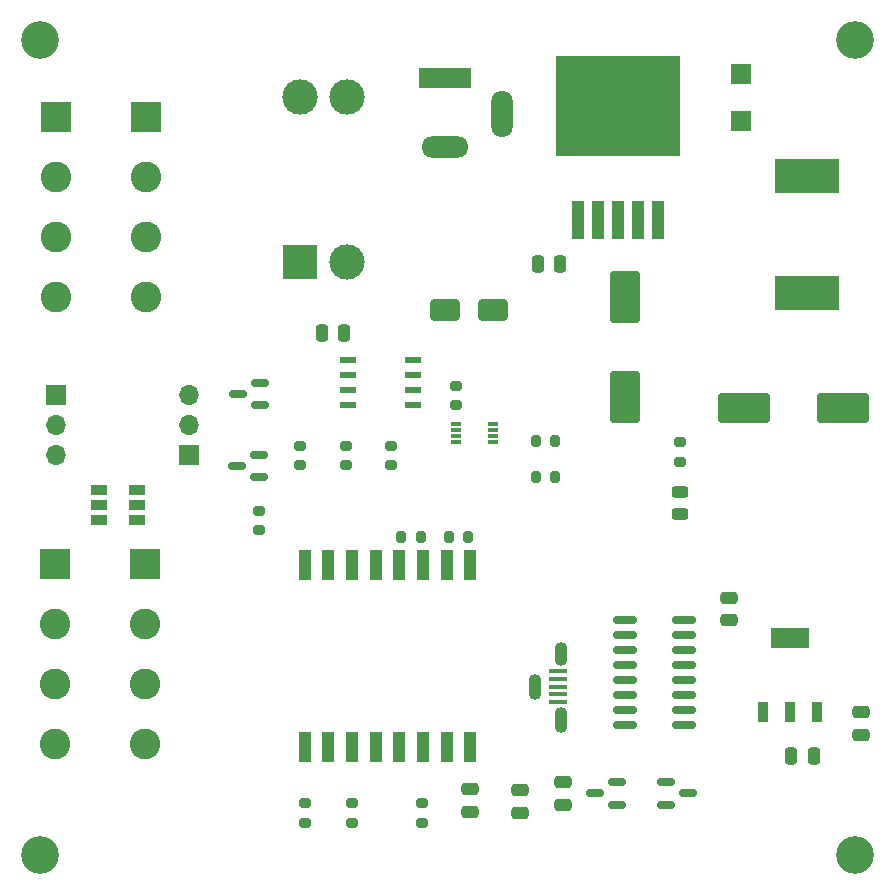
<source format=gbr>
%TF.GenerationSoftware,KiCad,Pcbnew,7.0.9*%
%TF.CreationDate,2023-11-24T07:46:00-06:00*%
%TF.ProjectId,TM13,544d3133-2e6b-4696-9361-645f70636258,rev?*%
%TF.SameCoordinates,Original*%
%TF.FileFunction,Soldermask,Top*%
%TF.FilePolarity,Negative*%
%FSLAX46Y46*%
G04 Gerber Fmt 4.6, Leading zero omitted, Abs format (unit mm)*
G04 Created by KiCad (PCBNEW 7.0.9) date 2023-11-24 07:46:00*
%MOMM*%
%LPD*%
G01*
G04 APERTURE LIST*
G04 Aperture macros list*
%AMRoundRect*
0 Rectangle with rounded corners*
0 $1 Rounding radius*
0 $2 $3 $4 $5 $6 $7 $8 $9 X,Y pos of 4 corners*
0 Add a 4 corners polygon primitive as box body*
4,1,4,$2,$3,$4,$5,$6,$7,$8,$9,$2,$3,0*
0 Add four circle primitives for the rounded corners*
1,1,$1+$1,$2,$3*
1,1,$1+$1,$4,$5*
1,1,$1+$1,$6,$7*
1,1,$1+$1,$8,$9*
0 Add four rect primitives between the rounded corners*
20,1,$1+$1,$2,$3,$4,$5,0*
20,1,$1+$1,$4,$5,$6,$7,0*
20,1,$1+$1,$6,$7,$8,$9,0*
20,1,$1+$1,$8,$9,$2,$3,0*%
G04 Aperture macros list end*
%ADD10R,4.400000X1.800000*%
%ADD11O,4.000000X1.800000*%
%ADD12O,1.800000X4.000000*%
%ADD13RoundRect,0.150000X0.587500X0.150000X-0.587500X0.150000X-0.587500X-0.150000X0.587500X-0.150000X0*%
%ADD14R,0.950000X1.750000*%
%ADD15R,3.250000X1.750000*%
%ADD16RoundRect,0.200000X-0.275000X0.200000X-0.275000X-0.200000X0.275000X-0.200000X0.275000X0.200000X0*%
%ADD17RoundRect,0.200000X0.275000X-0.200000X0.275000X0.200000X-0.275000X0.200000X-0.275000X-0.200000X0*%
%ADD18R,0.850000X0.300000*%
%ADD19R,1.700000X1.700000*%
%ADD20O,1.700000X1.700000*%
%ADD21C,3.200000*%
%ADD22RoundRect,0.250000X-0.475000X0.250000X-0.475000X-0.250000X0.475000X-0.250000X0.475000X0.250000X0*%
%ADD23R,2.600000X2.600000*%
%ADD24C,2.600000*%
%ADD25RoundRect,0.250000X-1.000000X1.950000X-1.000000X-1.950000X1.000000X-1.950000X1.000000X1.950000X0*%
%ADD26RoundRect,0.200000X0.200000X0.275000X-0.200000X0.275000X-0.200000X-0.275000X0.200000X-0.275000X0*%
%ADD27R,1.500000X0.450000*%
%ADD28O,1.100000X2.000000*%
%ADD29O,1.100000X2.200000*%
%ADD30RoundRect,0.102000X-0.609600X0.317500X-0.609600X-0.317500X0.609600X-0.317500X0.609600X0.317500X0*%
%ADD31RoundRect,0.243750X0.456250X-0.243750X0.456250X0.243750X-0.456250X0.243750X-0.456250X-0.243750X0*%
%ADD32RoundRect,0.150000X-0.587500X-0.150000X0.587500X-0.150000X0.587500X0.150000X-0.587500X0.150000X0*%
%ADD33RoundRect,0.250000X0.475000X-0.250000X0.475000X0.250000X-0.475000X0.250000X-0.475000X-0.250000X0*%
%ADD34RoundRect,0.250000X-1.950000X-1.000000X1.950000X-1.000000X1.950000X1.000000X-1.950000X1.000000X0*%
%ADD35RoundRect,0.150000X-0.825000X-0.150000X0.825000X-0.150000X0.825000X0.150000X-0.825000X0.150000X0*%
%ADD36RoundRect,0.250000X-0.250000X-0.475000X0.250000X-0.475000X0.250000X0.475000X-0.250000X0.475000X0*%
%ADD37R,3.000000X3.000000*%
%ADD38C,3.000000*%
%ADD39R,5.400000X2.900000*%
%ADD40R,1.100000X2.600000*%
%ADD41R,1.800000X1.800000*%
%ADD42R,1.460500X0.533400*%
%ADD43R,1.050000X3.210000*%
%ADD44R,10.530000X8.460000*%
%ADD45RoundRect,0.250000X1.000000X0.650000X-1.000000X0.650000X-1.000000X-0.650000X1.000000X-0.650000X0*%
%ADD46RoundRect,0.250000X0.250000X0.475000X-0.250000X0.475000X-0.250000X-0.475000X0.250000X-0.475000X0*%
G04 APERTURE END LIST*
D10*
%TO.C,J4*%
X57800000Y-26750000D03*
D11*
X57800000Y-32550000D03*
D12*
X62600000Y-29750000D03*
%TD*%
D13*
%TO.C,Q3*%
X42037500Y-60550000D03*
X42037500Y-58650000D03*
X40162500Y-59600000D03*
%TD*%
D14*
%TO.C,IC2*%
X84700000Y-80450000D03*
X87000000Y-80450000D03*
X89300000Y-80450000D03*
D15*
X87000000Y-74150000D03*
%TD*%
D16*
%TO.C,R13*%
X77700000Y-57575000D03*
X77700000Y-59225000D03*
%TD*%
D17*
%TO.C,R11*%
X42000000Y-65025000D03*
X42000000Y-63375000D03*
%TD*%
D18*
%TO.C,IC1*%
X61875000Y-57550000D03*
X61875000Y-57050000D03*
X61875000Y-56550000D03*
X61875000Y-56050000D03*
X58725000Y-56050000D03*
X58725000Y-56550000D03*
X58725000Y-57050000D03*
X58725000Y-57550000D03*
%TD*%
D17*
%TO.C,R8*%
X53200000Y-59525000D03*
X53200000Y-57875000D03*
%TD*%
D19*
%TO.C,J2*%
X24800000Y-53575000D03*
D20*
X24800000Y-56115000D03*
X24800000Y-58655000D03*
%TD*%
D21*
%TO.C,*%
X23500000Y-92500000D03*
%TD*%
D22*
%TO.C,C1*%
X64100000Y-87050000D03*
X64100000Y-88950000D03*
%TD*%
D23*
%TO.C,KF2*%
X24821190Y-30015000D03*
X32441190Y-30015000D03*
D24*
X24821190Y-35095000D03*
X32441190Y-35095000D03*
X24821190Y-40175000D03*
X32441190Y-40175000D03*
X24821190Y-45255000D03*
X32441190Y-45255000D03*
%TD*%
D25*
%TO.C,C9*%
X73000000Y-45300000D03*
X73000000Y-53700000D03*
%TD*%
D21*
%TO.C,*%
X92500000Y-23500000D03*
%TD*%
D17*
%TO.C,R12*%
X45500000Y-59525000D03*
X45500000Y-57875000D03*
%TD*%
D26*
%TO.C,R4*%
X67125000Y-57500000D03*
X65475000Y-57500000D03*
%TD*%
D27*
%TO.C,J5*%
X67310000Y-76962000D03*
X67310000Y-77612000D03*
X67310000Y-78262000D03*
X67310000Y-78912000D03*
X67310000Y-79562000D03*
D28*
X67560000Y-75462000D03*
D29*
X67560000Y-81062000D03*
X65410000Y-78262000D03*
%TD*%
D13*
%TO.C,Q4*%
X42137500Y-54450000D03*
X42137500Y-52550000D03*
X40262500Y-53500000D03*
%TD*%
D30*
%TO.C,U4*%
X28499800Y-61630000D03*
X28499800Y-62900000D03*
X28499800Y-64170000D03*
X31700200Y-64170000D03*
X31700200Y-62900000D03*
X31700200Y-61630000D03*
%TD*%
D31*
%TO.C,D4*%
X77700000Y-63637500D03*
X77700000Y-61762500D03*
%TD*%
D26*
%TO.C,R3*%
X67125000Y-60500000D03*
X65475000Y-60500000D03*
%TD*%
D16*
%TO.C,R10*%
X58700000Y-52775000D03*
X58700000Y-54425000D03*
%TD*%
D32*
%TO.C,Q2*%
X76462500Y-86350000D03*
X76462500Y-88250000D03*
X78337500Y-87300000D03*
%TD*%
D33*
%TO.C,C3*%
X81800000Y-72650000D03*
X81800000Y-70750000D03*
%TD*%
D34*
%TO.C,C10*%
X83100000Y-54700000D03*
X91500000Y-54700000D03*
%TD*%
D35*
%TO.C,U2*%
X73050000Y-72610000D03*
X73050000Y-73880000D03*
X73050000Y-75150000D03*
X73050000Y-76420000D03*
X73050000Y-77690000D03*
X73050000Y-78960000D03*
X73050000Y-80230000D03*
X73050000Y-81500000D03*
X78000000Y-81500000D03*
X78000000Y-80230000D03*
X78000000Y-78960000D03*
X78000000Y-77690000D03*
X78000000Y-76420000D03*
X78000000Y-75150000D03*
X78000000Y-73880000D03*
X78000000Y-72610000D03*
%TD*%
D21*
%TO.C,*%
X92500000Y-92500000D03*
%TD*%
D19*
%TO.C,J3*%
X36100000Y-58625000D03*
D20*
X36100000Y-56085000D03*
X36100000Y-53545000D03*
%TD*%
D23*
%TO.C,KF1*%
X24735476Y-67915000D03*
X32355476Y-67915000D03*
D24*
X24735476Y-72995000D03*
X32355476Y-72995000D03*
X24735476Y-78075000D03*
X32355476Y-78075000D03*
X24735476Y-83155000D03*
X32355476Y-83155000D03*
%TD*%
D17*
%TO.C,R7*%
X55800000Y-89800000D03*
X55800000Y-88150000D03*
%TD*%
D36*
%TO.C,C6*%
X87100000Y-84100000D03*
X89000000Y-84100000D03*
%TD*%
D26*
%TO.C,R6*%
X59725000Y-65600000D03*
X58075000Y-65600000D03*
%TD*%
D37*
%TO.C,F1*%
X45495000Y-42305000D03*
D38*
X49495000Y-42305000D03*
X45495000Y-28305000D03*
X49495000Y-28305000D03*
%TD*%
D22*
%TO.C,C7*%
X93000000Y-80450000D03*
X93000000Y-82350000D03*
%TD*%
D39*
%TO.C,L1*%
X88400000Y-35050000D03*
X88400000Y-44950000D03*
%TD*%
D22*
%TO.C,C2*%
X59900000Y-86950000D03*
X59900000Y-88850000D03*
%TD*%
D40*
%TO.C,U1*%
X45900000Y-83400000D03*
X47900000Y-83400000D03*
X49900000Y-83400000D03*
X51900000Y-83400000D03*
X53900000Y-83400000D03*
X55900000Y-83400000D03*
X57900000Y-83400000D03*
X59900000Y-83400000D03*
X59900000Y-68000000D03*
X57900000Y-68000000D03*
X55900000Y-68000000D03*
X53900000Y-68000000D03*
X51900000Y-68000000D03*
X49900000Y-68000000D03*
X47900000Y-68000000D03*
X45900000Y-68000000D03*
%TD*%
D41*
%TO.C,D3*%
X82800000Y-30400000D03*
X82800000Y-26400000D03*
%TD*%
D36*
%TO.C,C4*%
X47350000Y-48300000D03*
X49250000Y-48300000D03*
%TD*%
D42*
%TO.C,U3*%
X49575850Y-50595000D03*
X49575850Y-51865000D03*
X49575850Y-53135000D03*
X49575850Y-54405000D03*
X55024150Y-54405000D03*
X55024150Y-53135000D03*
X55024150Y-51865000D03*
X55024150Y-50595000D03*
%TD*%
D13*
%TO.C,Q1*%
X72337500Y-88250000D03*
X72337500Y-86350000D03*
X70462500Y-87300000D03*
%TD*%
D26*
%TO.C,R5*%
X55725000Y-65600000D03*
X54075000Y-65600000D03*
%TD*%
D17*
%TO.C,R9*%
X49350000Y-59525000D03*
X49350000Y-57875000D03*
%TD*%
D43*
%TO.C,IC3*%
X69000000Y-38730000D03*
X70700000Y-38730000D03*
X72400000Y-38730000D03*
X74100000Y-38730000D03*
X75800000Y-38730000D03*
D44*
X72400000Y-29100000D03*
%TD*%
D16*
%TO.C,R1*%
X45900000Y-88150000D03*
X45900000Y-89800000D03*
%TD*%
%TO.C,R2*%
X49900000Y-88150000D03*
X49900000Y-89800000D03*
%TD*%
D45*
%TO.C,D2*%
X61800000Y-46400000D03*
X57800000Y-46400000D03*
%TD*%
D21*
%TO.C,*%
X23500000Y-23500000D03*
%TD*%
D46*
%TO.C,C8*%
X67550000Y-42500000D03*
X65650000Y-42500000D03*
%TD*%
D33*
%TO.C,C5*%
X67800000Y-88250000D03*
X67800000Y-86350000D03*
%TD*%
M02*

</source>
